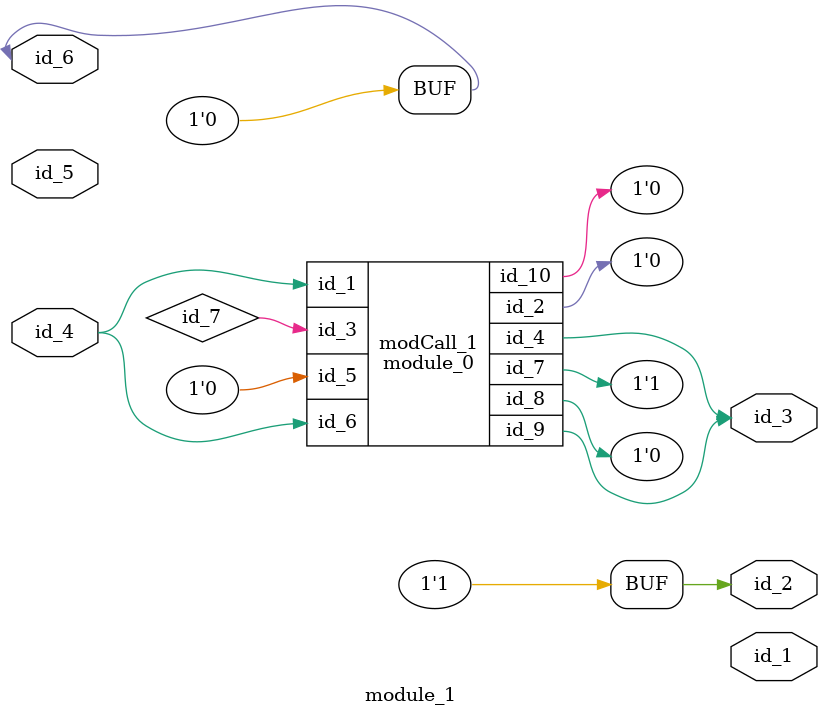
<source format=v>
module module_0 (
    id_1,
    id_2,
    id_3,
    id_4,
    id_5,
    id_6,
    id_7,
    id_8,
    id_9,
    id_10
);
  output wire id_10;
  output wire id_9;
  inout wire id_8;
  output wire id_7;
  input wire id_6;
  input wire id_5;
  output wire id_4;
  input wire id_3;
  inout wire id_2;
  input wire id_1;
  wire id_11;
endmodule
module module_1 (
    id_1,
    id_2,
    id_3,
    id_4,
    id_5,
    id_6
);
  inout wire id_6;
  input wire id_5;
  inout wire id_4;
  output wire id_3;
  output wire id_2;
  output wire id_1;
  wire id_7;
  assign id_2 = -1;
  assign id_6 = -1'b0;
  module_0 modCall_1 (
      id_4,
      id_6,
      id_7,
      id_3,
      id_6,
      id_4,
      id_2,
      id_6,
      id_3,
      id_6
  );
  and primCall (id_6, id_5, id_4, id_7);
endmodule

</source>
